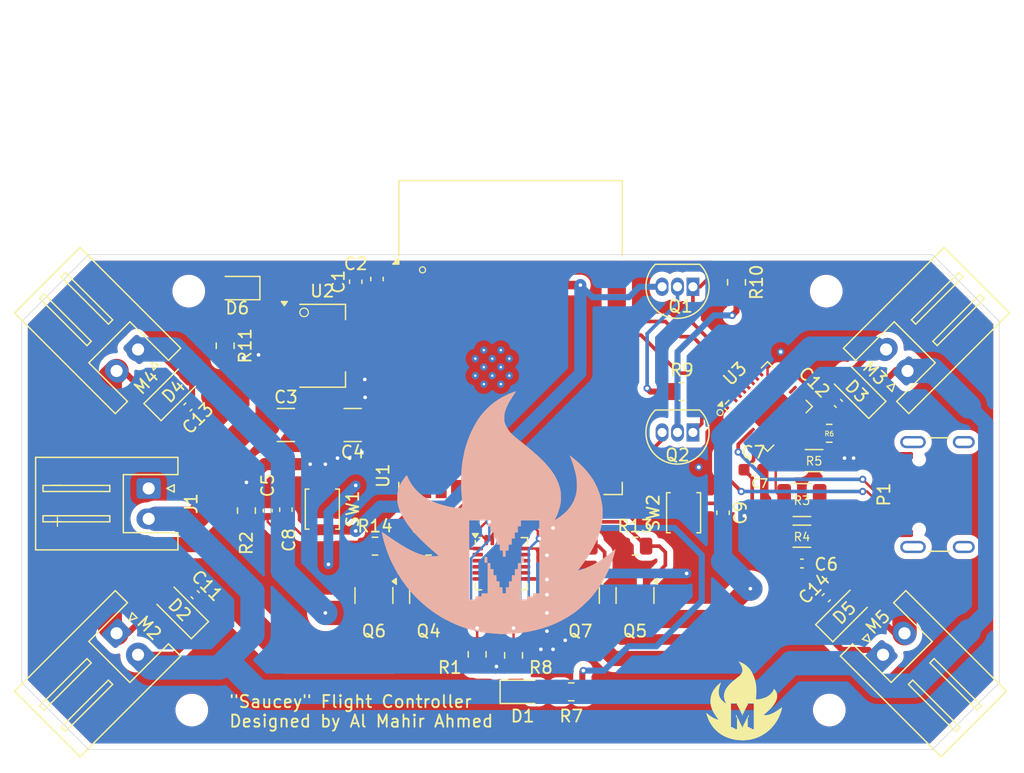
<source format=kicad_pcb>
(kicad_pcb (version 20240108) (generator "pcbnew") (generator_version "8.0")
  (title_block (title "\"Saucey\" Drone Flight Controller") (date "2024-07-07") (rev "1.0") (company "Al Mahir Ahmed"))
  (layers (0 "F.Cu" signal) (31 "B.Cu" signal) (34 "B.Paste" user) (35 "F.Paste" user) (36 "B.SilkS" user "B.Silkscreen") (37 "F.SilkS" user "F.Silkscreen") (38 "B.Mask" user) (39 "F.Mask" user) (44 "Edge.Cuts" user))
  (net 0 "")
  (net 1 "GND")
  (net 2 "+3.3V")
  (net 3 "+9V")
  (net 4 "ENABLE")
  (net 5 "Net-(U3-VBUS)")
  (net 6 "IO0")
  (net 7 "Net-(D2-A)")
  (net 8 "Net-(D3-A)")
  (net 9 "Net-(D4-A)")
  (net 10 "Net-(D5-A)")
  (net 12 "D+")
  (net 13 "VBUS")
  (net 16 "D-")
  (net 20 "RTS")
  (net 21 "Net-(Q1-B)")
  (net 22 "Net-(Q2-B)")
  (net 23 "DTR")
  (net 24 "M1")
  (net 25 "M3")
  (net 26 "M2")
  (net 27 "M4")
  (net 28 "Net-(U3-~{RST})")
  (net 29 "Net-(U3-~{SUSPEND})")
  (net 30 "TX_ESP")
  (net 42 "RX_ESP")
  (net 68 "SCL")
  (net 69 "INT")
  (net 74 "FSYNC")
  (net 76 "SDA")
  (net 77 "LED1")
  (net 78 "Net-(D1-A)")
  (net 79 "Net-(D6-A)")
  (net 80 "CLKIN")
  (footprint "Capacitor_SMD:C_1210_3225Metric" (layer "F.Cu") (at 129.75 65.025 180)
    (property "Reference" "C4")
    (property "Value" "22u")
  )
  (footprint "Connector_USB:USB_C_Receptacle_GCT_USB4105-xx-A_16P_TopMnt_Horizontal" (layer "F.Cu") (at 179 70.75 90)
    (property "Reference" "P1")
    (property "Value" "USB_C_Plug_USB2.0")
  )
  (footprint "Package_TO_SOT_SMD:SOT-23" (layer "F.Cu") (at 148.5 79.062499 -90)
    (property "Reference" "Q7")
    (property "Value" "SI2306")
  )
  (footprint "MountingHole:MountingHole_2.2mm_M2_DIN965" (layer "F.Cu") (at 169 88.5)
    (property "Reference" "REF**" (hide yes))
    (property "Value" "MountingHole_2.2mm_M2_DIN965")
  )
  (footprint "Resistor_SMD:R_0805_2012Metric" (layer "F.Cu") (at 143 84 90)
    (property "Reference" "R8")
    (property "Value" "2.2k")
  )
  (footprint "Package_TO_SOT_SMD:SOT-23" (layer "F.Cu") (at 136 79.062499 -90)
    (property "Reference" "Q4")
    (property "Value" "SI2306")
  )
  (footprint "Resistor_SMD:R_0805_2012Metric" (layer "F.Cu") (at 147.75 87)
    (property "Reference" "R7")
    (property "Value" "10k")
  )
  (footprint "Connector_JST:JST_XH_S2B-XH-A_1x02_P2.50mm_Horizontal" (layer "F.Cu") (at 110.305635 82.176598 -45)
    (property "Reference" "M2")
    (property "Value" "Motor_DC")
  )
  (footprint "Button_Switch_SMD:SW_SPST_B3U-1000P" (layer "F.Cu") (at 157 72.25 90)
    (property "Reference" "SW2")
    (property "Value" "SW_Push")
  )
  (footprint "Package_TO_SOT_THT:TO-92_Inline" (layer "F.Cu") (at 157.770001 65.640001 180)
    (property "Reference" "Q2")
    (property "Value" "S8050")
  )
  (footprint "RF_Module:ESP32-S3-WROOM-1" (layer "F.Cu") (at 142.75 57.8)
    (property "Reference" "U1")
    (property "Value" "ESP32-S3-WROOM-1")
  )
  (footprint "Resistor_SMD:R_0805_2012Metric" (layer "F.Cu") (at 161.359999 53.27 -90)
    (property "Reference" "R10")
    (property "Value" "10k")
  )
  (footprint "Resistor_SMD:R_0805_2012Metric" (layer "F.Cu") (at 131.5875 75)
    (property "Reference" "R14")
    (property "Value" "10k")
  )
  (footprint "Package_TO_SOT_SMD:SOT-23" (layer "F.Cu") (at 153 79.062499 -90)
    (property "Reference" "Q5")
    (property "Value" "SI2306")
  )
  (footprint "Capacitor_SMD:C_0603_1608Metric" (layer "F.Cu") (at 160.25 72.25 -90)
    (property "Reference" "C9")
    (property "Value" "0.1u")
  )
  (footprint "Capacitor_SMD:C_0603_1608Metric" (layer "F.Cu") (at 124.25 72 90)
    (property "Reference" "C8")
    (property "Value" "0.1u")
  )
  (footprint "Diode_SMD:D_SOD-123" (layer "F.Cu") (at 114.934493 62.295406 45)
    (property "Reference" "D4")
    (property "Value" "1N4148W")
  )
  (footprint "Resistor_SMD:R_0805_2012Metric" (layer "F.Cu") (at 140 83.9125 90)
    (property "Reference" "R1")
    (property "Value" "2.2k")
  )
  (footprint "LED_SMD:LED_0805_2012Metric_Pad1.15x1.40mm_HandSolder" (layer "F.Cu") (at 120.25 53.75 180)
    (property "Reference" "D6")
    (property "Value" "LED")
  )
  (footprint "Diode_SMD:D_SOD-123" (layer "F.Cu") (at 170.25 80.5 45)
    (property "Reference" "D5")
    (property "Value" "1N4148W")
  )
  (footprint "Resistor_SMD:R_1206_3216Metric" (layer "F.Cu") (at 166.74433 74.181928)
    (property "Reference" "R4")
    (property "Value" "48k")
  )
  (footprint "Resistor_SMD:R_1210_3225Metric" (layer "F.Cu") (at 166.74433 71.206928 180)
    (property "Reference" "R3")
    (property "Value" "22k")
  )
  (footprint "LED_SMD:LED_0805_2012Metric_Pad1.15x1.40mm_HandSolder" (layer "F.Cu") (at 143.75 87)
    (property "Reference" "D1")
    (property "Value" "LED")
  )
  (footprint "Resistor_SMD:R_0805_2012Metric" (layer "F.Cu") (at 119.25 58.5 -90)
    (property "Reference" "R11")
    (property "Value" "10k")
  )
  (footprint "Resistor_SMD:R_0805_2012Metric" (layer "F.Cu") (at 148.5 75)
    (property "Reference" "R15")
    (property "Value" "10k")
  )
  (footprint "Resistor_SMD:R_0805_2012Metric" (layer "F.Cu") (at 121 72.074999 -90)
    (property "Reference" "R2")
    (property "Value" "10k")
  )
  (footprint "Connector_JST:JST_XH_S2B-XH-A_1x02_P2.50mm_Horizontal" (layer "F.Cu") (at 112.95 70.25 -90)
    (property "Reference" "J1")
    (property "Value" "Conn_01x02_Socket")
  )
  (footprint "Capacitor_SMD:C_0402_1005Metric" (layer "F.Cu") (at 168.75 79.25 45)
    (property "Reference" "C14")
    (property "Value" "1u")
  )
  (footprint "Capacitor_SMD:C_0402_1005Metric" (layer "F.Cu") (at 166.74433 76.431928)
    (property "Reference" "C6")
    (property "Value" "1uf")
  )
  (footprint "Resistor_SMD:R_0805_2012Metric" (layer "F.Cu") (at 136 75)
    (property "Reference" "R12")
    (property "Value" "10k")
  )
  (footprint "Capacitor_SMD:C_0603_1608Metric" (layer "F.Cu") (at 162.75 68.706928)
    (property "Reference" "C7")
    (property "Value" "10u")
  )
  (footprint "Resistor_SMD:R_0805_2012Metric" (layer "F.Cu") (at 153 75)
    (property "Reference" "R13")
    (property "Value" "10k")
  )
  (footprint "Connector_JST:JST_XH_S2B-XH-A_1x02_P2.50mm_Horizontal" (layer "F.Cu") (at 175.444365 60.573402 135)
    (property "Reference" "M3")
    (property "Value" "Motor_DC")
  )
  (footprint "MountingHole:MountingHole_2.2mm_M2_DIN965" (layer "F.Cu") (at 116.5 88.5)
    (property "Reference" "REF**" (hide yes))
    (property "Value" "MountingHole_2.2mm_M2_DIN965")
  )
  (footprint "Connector_JST:JST_XH_S2B-XH-A_1x02_P2.50mm_Horizontal" (layer "F.Cu") (at 112.073402 58.805635 -135)
    (property "Reference" "M4")
    (property "Value" "Motor_DC")
  )
  (footprint "Capacitor_SMD:C_0603_1608Metric" (layer "F.Cu") (at 130 53.23 90)
    (property "Reference" "C1")
    (property "Value" "10u")
  )
  (footprint "Resistor_SMD:R_1206_3216Metric" (layer "F.Cu") (at 167.74433 67.956928 180)
    (property "Reference" "R5")
    (property "Value" "1k")
  )
  (footprint "Capacitor_SMD:C_0402_1005Metric" (layer "F.Cu") (at 122.75 72.074999 -90)
    (property "Reference" "C5")
    (property "Value" "1u")
  )
  (footprint "Capacitor_SMD:C_1210_3225Metric" (layer "F.Cu") (at 124.25 65.025)
    (property "Reference" "C3")
    (property "Value" "22u")
  )
  (footprint "Button_Switch_SMD:SW_SPST_B3U-1000P" (layer "F.Cu") (at 127.25 71.950001 -90)
    (property "Reference" "SW1")
    (property "Value" "SW_Push")
  )
  (footprint "Capacitor_SMD:C_0402_1005Metric" (layer "F.Cu") (at 169.75 63.25 135)
    (property "Reference" "C12")
    (property "Value" "1u")
  )
  (footprint "MountingHole:MountingHole_2.2mm_M2_DIN965" (layer "F.Cu") (at 116.25 54)
    (property "Reference" "REF**" (hide yes))
    (property "Value" "MountingHole_2.2mm_M2_DIN965")
  )
  (footprint "Diode_SMD:D_SOD-123" (layer "F.Cu") (at 171.287868 62.110913 135)
    (property "Reference" "D3")
    (property "Value" "1N4148W")
  )
  (footprint "Capacitor_SMD:C_0402_1005Metric" (layer "F.Cu") (at 116.184493 63.545406 45)
    (property "Reference" "C13")
    (property "Value" "1u")
  )
  (footprint "Diode_SMD:D_SOD-123" (layer "F.Cu") (at 115.5 80.25 135)
    (property "Reference" "D2")
    (property "Value" "1N4148W")
  )
  (footprint "Package_DFN_QFN:QFN-28-1EP_5x5mm_P0.5mm_EP3.35x3.35mm" (layer "F.Cu") (at 163.916081 63.5 45)
    (property "Reference" "U3")
    (property "Value" "CP2102N-A02-GQFN28")
  )
  (footprint "logo:logov1" (layer "F.Cu") (at 162 87.75)
    (property "Reference" "G***" (hide yes))
    (property "Value" "LOGO" (hide yes))
  )
  (footprint "Package_TO_SOT_THT:TO-92_Inline" (layer "F.Cu") (at 157.770001 53.640001 180)
    (property "Reference" "Q1")
    (property "Value" "S8050")
  )
  (footprint "Capacitor_SMD:C_0402_1005Metric" (layer "F.Cu") (at 116.777639 79 135)
    (property "Reference" "C11")
    (property "Value" "1u")
  )
  (footprint "Capacitor_SMD:C_0603_1608Metric" (layer "F.Cu") (at 131.75 53 90)
    (property "Reference" "C2")
    (property "Value" "0.1u")
  )
  (footprint "Package_TO_SOT_SMD:SOT-23" (layer "F.Cu") (at 131.5 79.062499 -90)
    (property "Reference" "Q6")
    (property "Value" "SI2306")
  )
  (footprint "Connector_JST:JST_XH_S2B-XH-A_1x02_P2.50mm_Horizontal" (layer "F.Cu") (at 173.426598 83.944365 45)
    (property "Reference" "M5")
    (property "Value" "Motor JST")
  )
  (footprint "Sensor_Motion:InvenSense_QFN-24_4x4mm_P0.5mm" (layer "F.Cu") (at 142 76.45)
    (property "Reference" "U4")
    (property "Value" "MPU-6050")
  )
  (footprint "MountingHole:MountingHole_2.2mm_M2_DIN965" (layer "F.Cu") (at 168.75 54)
    (property "Reference" "REF**" (hide yes))
    (property "Value" "MountingHole_2.2mm_M2_DIN965")
  )
  (footprint "Package_TO_SOT_SMD:SOT-223-3_TabPin2" (layer "F.Cu") (at 127.25 58.5)
    (property "Reference" "U2")
    (property "Value" "AMS1117-3.3")
  )
  (footprint "Resistor_SMD:R_0805_2012Metric" (layer "F.Cu") (at 156.859999 62.27 180)
    (property "Reference" "R9")
    (property "Value" "10k")
  )
  (footprint "Resistor_SMD:R_0805_2012Metric" (layer "F.Cu") (at 168.99433 65.706928)
    (property "Reference" "R6")
    (property "Value" "10k")
  )
  (footprint "logo:logov1_bigger" (layer "B.Cu") (at 141.75 72.25 180)
    (property "Reference" "G***" (hide yes))
    (property "Value" "LOGO" (hide yes))
  )
  (gr_circle (center 160 64) (end 160.25 64) (stroke (width 0.1)) (fill none) (layer "F.SilkS"))
  (gr_circle (center 138.75 75.25) (end 139 75.25) (stroke (width 0.1)) (fill none) (layer "F.SilkS"))
  (gr_circle (center 125.75 55.75) (end 126 56) (stroke (width 0.1)) (fill none) (layer "F.SilkS"))
  (gr_circle (center 135.5 52.25) (end 135.75 52.25) (stroke (width 0.1)) (fill none) (layer "F.SilkS"))
  (gr_line (start 102.5 86.25) (end 102.5 56.5) (stroke (width 0.05)) (layer "Edge.Cuts"))
  (gr_line (start 183 86.25) (end 177.5 91.75) (stroke (width 0.05)) (layer "Edge.Cuts"))
  (gr_line (start 152 51) (end 177.5 51) (stroke (width 0.05)) (layer "Edge.Cuts"))
  (gr_line (start 183 56.5) (end 183 86.25) (stroke (width 0.05)) (layer "Edge.Cuts"))
  (gr_line (start 108 51) (end 102.5 56.5) (stroke (width 0.05)) (layer "Edge.Cuts"))
  (gr_line (start 177.5 51) (end 183 56.5) (stroke (width 0.05)) (layer "Edge.Cuts"))
  (gr_line (start 133.5 51) (end 152 51) (stroke (width 0.05)) (layer "Edge.Cuts"))
  (gr_line (start 108 51) (end 133.5 51) (stroke (width 0.05)) (layer "Edge.Cuts"))
  (gr_line (start 177.5 91.75) (end 108 91.75) (stroke (width 0.05)) (layer "Edge.Cuts"))
  (gr_line (start 102.5 86.25) (end 108 91.75) (stroke (width 0.05)) (layer "Edge.Cuts"))
  (gr_text "C7\n" (at 162.5 70.25 0) (layer "F.SilkS") (effects (font (size 0.7 0.7) (thickness 0.12) (bold yes)) (justify left bottom)))
  (gr_text "+" (at 104.75 73.5 0) (layer "F.SilkS") (effects (font (size 1 1) (thickness 0.1)) (justify left bottom)))
  (gr_text "{dblquote}Saucey{dblquote} Flight Controller\nDesigned by Al Mahir Ahmed" (at 119.5 90 0) (layer "F.SilkS") (effects (font (size 1 1)) (justify left bottom)))
  (gr_text "-" (at 104.75 70.5 0) (layer "F.SilkS") (effects (font (size 1 1) (thickness 0.1)) (justify left bottom)))
  (segment (start 164.5 59) (end 165 59) (width 0.2) (layer "F.Cu") (net 1))
  (segment (start 163.916081 63.5) (end 163.916081 59.583919) (width 0.2) (layer "F.Cu") (net 1))
  (segment (start 160.25 73.025) (end 157.925001 73.025) (width 0.3) (layer "F.Cu") (net 1))
  (segment (start 161.487102 65.221872) (end 160.321022 65.221872) (width 0.3) (layer "F.Cu") (net 1))
  (segment (start 161.830116 64.878858) (end 161.487102 65.221872) (width 0.3) (layer "F.Cu") (net 1))
  (segment (start 133.685 52.225) (end 134 52.54) (width 0.3) (layer "F.Cu") (net 1))
  (segment (start 158.25 67.292894) (end 158.25 68.5) (width 0.3) (layer "F.Cu") (net 1))
  (segment (start 143.95 75.2) (end 145.2 75.2) (width 0.2) (layer "F.Cu") (net 1))
  (segment (start 147.3375 74.75) (end 147.5875 75) (width 0.2) (layer "F.Cu") (net 1))
  (segment (start 130 52.5) (end 130.275 52.225) (width 0.3) (layer "F.Cu") (net 1))
  (segment (start 121.65 53.75) (end 124.1 56.2) (width 0.5) (layer "F.Cu") (net 1))
  (segment (start 157.925001 73.025) (end 157 73.950001) (width 0.3) (layer "F.Cu") (net 1))
  (segment (start 168.438758 73.95) (end 168.20683 74.181928) (width 0.2) (layer "F.Cu") (net 1))
  (segment (start 163.916081 59.583919) (end 164 59.5) (width 0.2) (layer "F.Cu") (net 1))
  (segment (start 164 59.5) (end 164.5 59) (width 0.2) (layer "F.Cu") (net 1))
  (segment (start 130 52.75) (end 130 52.5) (width 0.3) (layer "F.Cu") (net 1))
  (segment (start 131.75 52.225) (end 133.685 52.225) (width 0.3) (layer "F.Cu") (net 1))
  (segment (start 175.32 73.95) (end 168.438758 73.95) (width 0.2) (layer "F.Cu") (net 1))
  (segment (start 145.2 75.2) (end 145.75 75.75) (width 0.2) (layer "F.Cu") (net 1))
  (segment (start 130.275 52.225) (end 131.75 52.225) (width 0.3) (layer "F.Cu") (net 1))
  (segment (start 160.321022 65.221872) (end 158.25 67.292894) (width 0.3) (layer "F.Cu") (net 1))
  (segment (start 121.274999 53.75) (end 121.65 53.75) (width 0.5) (layer "F.Cu") (net 1))
  (via (at 130 70) (size 0.6) (drill 0.3) (layers "F.Cu" "B.Cu") (net 1))
  (via (at 127.75 76.5) (size 0.6) (drill 0.3) (layers "F.Cu" "B.Cu") (net 1))
  (via (at 158.25 68.5) (size 0.6) (drill 0.3) (layers "F.Cu" "B.Cu") (net 1))
  (via (at 157.25 77.25) (size 0.6) (drill 0.3) (layers "F.Cu" "B.Cu") (net 1))
  (via (at 165 59) (size 0.6) (drill 0.3) (layers "F.Cu" "B.Cu") (net 1))
  (via (at 145.75 75.75) (size 0.6) (drill 0.3) (layers "F.Cu" "B.Cu") (net 1))
  (segment (start 127.75 76.5) (end 127.75 72.25) (width 0.8) (layer "B.Cu") (net 1))
  (segment (start 157.25 77.25) (end 147.25 77.25) (width 0.8) (layer "B.Cu") (net 1))
  (segment (start 127.75 72.25) (end 130 70) (width 0.8) (layer "B.Cu") (net 1))
  (segment (start 147.25 77.25) (end 145.75 75.75) (width 0.8) (layer "B.Cu") (net 1))
  (segment (start 145.75 80.5) (end 145.75 82) (width 1) (layer "F.Cu") (net 2))
  (segment (start 162.76433 66.773072) (end 163.24433 66.293072) (width 0.3) (layer "F.Cu") (net 2))
  (segment (start 131.225001 66.524999) (end 131.225001 65.025) (width 1) (layer "F.Cu") (net 2))
  (segment (start 130 53.71) (end 130 58.1) (width 0.8) (layer "F.Cu") (net 2))
  (segment (start 145.7 77.7) (end 145.75 77.75) (width 0.3) (layer "F.Cu") (net 2))
  (segment (start 128.500001 67.75) (end 128.000001 68.25) (width 1) (layer "F.Cu") (net 2))
  (segment (start 128.000001 68.25) (end 127.5 68.25) (width 1) (layer "F.Cu") (net 2))
  (segment (start 142.3375 84.9125) (end 142.25 85) (width 1) (layer "F.Cu") (net 2))
  (segment (start 145.75 82.8625) (end 145.75 82.8625) (width 1) (layer "F.Cu") (net 2))
  (segment (start 147.25 82.75) (end 146.56875 83.43125) (width 1) (layer "F.Cu") (net 2))
  (segment (start 171 67.75) (end 170.25 67.75) (width 1) (layer "F.Cu") (net 2))
  (segment (start 162.76433 66.773072) (end 162.76433 67.917598) (width 0.3) (layer "F.Cu") (net 2))
  (segment (start 126.25 68.25) (end 122.5 68.25) (width 1) (layer "F.Cu") (net 2))
  (segment (start 170.25 67.75) (end 170.201258 67.75) (width 1) (layer "F.Cu") (net 2))
  (segment (start 141.4125 84.9125) (end 140.0875 84.9125) (width 1) (layer "F.Cu") (net 2))
  (segment (start 145.75 78.25) (end 145.75 77.75) (width 1) (layer "F.Cu") (net 2))
  (segment (start 122.0875 59.4125) (end 122.75 58.75) (width 1) (layer "F.Cu") (net 2))
  (segment (start 162.76433 67.917598) (end 161.975 68.706928) (width 0.3) (layer "F.Cu") (net 2))
  (segment (start 130 53.71) (end 131.685 53.71) (width 0.8) (layer "F.Cu") (net 2))
  (segment (start 146.56875 83.43125) (end 146.25 83.5) (width 1) (layer "F.Cu") (net 2))
  (segment (start 162 72.5) (end 162.65 71.85) (width 0.3) (layer "F.Cu") (net 2))
  (segment (start 143.95 77.7) (end 145.7 77.7) (width 0.3) (layer "F.Cu") (net 2))
  (segment (start 145.75 79) (end 145.75 78.25) (width 1) (layer "F.Cu") (net 2))
  (segment (start 141.5 85) (end 141.4125 84.9125) (width 1) (layer "F.Cu") (net 2))
  (segment (start 145.75 80.5) (end 145.75 79) (width 1) (layer "F.Cu") (net 2))
  (segment (start 130.75 61.25) (end 130.725001 61.225001) (width 1.5) (layer "F.Cu") (net 2))
  (segment (start 130.75 62.725001) (end 130.75 61.274999) (width 1.5) (layer "F.Cu") (net 2))
  (segment (start 123.85 58.75) (end 124.1 58.5) (width 0.5) (layer "F.Cu") (net 2))
  (segment (start 131.785 53.81) (end 131.75 53.775) (width 0.8) (layer "F.Cu") (net 2))
  (segment (start 130.75 61.225001) (end 130.75 59.325001) (width 1.5) (layer "F.Cu") (net 2))
  (segment (start 143.7 84.9125) (end 144.43125 84.18125) (width 1) (layer "F.Cu") (net 2))
  (segment (start 162.65 69.381928) (end 161.975 68.706928) (width 0.3) (layer "F.Cu") (net 2))
  (segment (start 122 59.25) (end 122.0875 59.4125) (width 1) (layer "F.Cu") (net 2))
  (segment (start 134 53.81) (end 131.785 53.81) (width 0.8) (layer "F.Cu") (net 2))
  (segment (start 131.685 53.71) (end 131.75 53.775) (width 0.8) (layer "F.Cu") (net 2))
  (segment (start 131.225001 65.025) (end 131 64.799999) (width 1) (layer "F.Cu") (net 2))
  (segment (start 145.75 82) (end 145.75 82.8625) (width 1) (layer "F.Cu") (net 2))
  (segment (start 144.43125 84.18125) (end 144.56875 84.18125) (width 1) (layer "F.Cu") (net 2))
  (segment (start 130.725001 61.274999) (end 130.75 61.25) (width 1.5) (layer "F.Cu") (net 2))
  (segment (start 120.75 59.5) (end 120.8375 59.4125) (width 1) (layer "F.Cu") (net 2))
  (segment (start 130 58.1) (end 130.4 58.5) (width 0.8) (layer "F.Cu") (net 2))
  (segment (start 127.5 68.25) (end 126.25 68.25) (width 1) (layer "F.Cu") (net 2))
  (segment (start 122.75 58.75) (end 123.85 58.75) (width 1) (layer "F.Cu") (net 2))
  (segment (start 120.8375 59.4125) (end 122 59.25) (width 1) (layer "F.Cu") (net 2))
  (segment (start 130.774999 62.75) (end 130.75 62.725001) (width 1.5) (layer "F.Cu") (net 2))
  (segment (start 131 64.799999) (end 131 62.75) (width 1) (layer "F.Cu") (net 2))
  (segment (start 162.65 71.85) (end 162.65 69.381928) (width 0.3) (layer "F.Cu") (net 2))
  (segment (start 121 71.162499) (end 121 69.75) (width 1) (layer "F.Cu") (net 2))
  (segment (start 128.500001 67.75) (end 130 67.75) (width 1) (layer "F.Cu") (net 2))
  (segment (start 120.6625 59.4125) (end 120.75 59.5) (width 1) (layer "F.Cu") (net 2))
  (segment (start 144.56875 84.18125) (end 145.25 83.5) (width 1) (layer "F.Cu") (net 2))
  (segment (start 145.75 82.8625) (end 145.18125 83.43125) (width 1) (layer "F.Cu") (net 2))
  (segment (start 146.25 83.5) (end 145.25 83.5) (width 1) (layer "F.Cu") (net 2))
  (segment (start 145.25 83.5) (end 145.18125 83.43125) (width 1) (layer "F.Cu") (net 2))
  (segment (start 143 84.9125) (end 141.5875 84.9125) (width 1) (layer "F.Cu") (net 2))
  (segment (start 130 67.75) (end 131.225001 66.524999) (width 1) (layer "F.Cu") (net 2))
  (segment (start 119.25 59.4125) (end 120.6625 59.4125) (width 1) (layer "F.Cu") (net 2))
  (segment (start 122.5 68.25) (end 121 69.75) (width 1) (layer "F.Cu") (net 2))
  (segment (start 170.201258 67.75) (end 169.99433 67.956928) (width 1) (layer "F.Cu") (net 2))
  (segment (start 169.99433 67.956928) (end 169.20683 67.956928) (width 1) (layer "F.Cu") (net 2))
  (via (at 145.25 83.5) (size 0.6) (drill 0.3) (layers "F.Cu" "B.Cu") (net 2))
  (via (at 120.75 59.5) (size 0.6) (drill 0.3) (layers "F.Cu" "B.Cu") (net 2))
  (via (at 126.25 68.25) (size 0.6) (drill 0.3) (layers "F.Cu" "B.Cu") (net 2))
  (via (at 146.25 83.5) (size 0.6) (drill 0.3) (layers "F.Cu" "B.Cu") (net 2))
  (via (at 147.25 82.75) (size 0.6) (drill 0.3) (layers "F.Cu" "B.Cu") (net 2))
  (via (at 171 67.75) (size 0.6) (drill 0.3) (layers "F.Cu" "B.Cu") (net 2))
  (via (at 130.75 61.274999) (size 0.6) (drill 0.3) (layers "F.Cu" "B.Cu") (net 2))
  (via (at 170.25 67.75) (size 0.6) (drill 0.3) (layers "F.Cu" "B.Cu") (net 2))
  (via (at 129.497434 67.757705) (size 0.6) (drill 0.3) (layers "F.Cu" "B.Cu") (net 2))
  (via (at 162 72.5) (size 0.6) (drill 0.3) (layers "F.Cu" "B.Cu") (net 2))
  (via (at 121 69.75) (size 0.6) (drill 0.3) (layers "F.Cu" "B.Cu") (net 2))
  (via (at 145.75 82) (size 0.6) (drill 0.3) (layers "F.Cu" "B.Cu") (net 2))
  (via (at 130.5 67.25) (size 0.6) (drill 0.3) (layers "F.Cu" "B.Cu") (net 2))
  (via (at 141.5875 84.9125) (size 0.6) (drill 0.3) (layers "F.Cu" "B.Cu") (net 2))
  (via (at 145.75 80.5) (size 0.6) (drill 0.3) (layers "F.Cu" "B.Cu") (net 2))
  (via (at 122 59.25) (size 0.6) (drill 0.3) (layers "F.Cu" "B.Cu") (net 2))
  (via (at 145.75 79) (size 0.6) (drill 0.3) (layers "F.Cu" "B.Cu") (net 2))
  (via (at 145.75 77.75) (size 0.6) (drill 0.3) (layers "F.Cu" "B.Cu") (net 2))
  (via (at 130.774999 62.75) (size 0.6) (drill 0.3) (layers "F.Cu" "B.Cu") (net 2))
  (via (at 128.500001 67.75) (size 0.6) (drill 0.3) (layers "F.Cu" "B.Cu") (net 2))
  (via (at 127.5 68.25) (size 0.6) (drill 0.3) (layers "F.Cu" "B.Cu") (net 2))
  (segment (start 115.75 65.75) (end 117.875 67.875) (width 2) (layer "F.Cu") (net 3))
  (segment (start 169.083274 81.666726) (end 169.083274 82.583274) (width 0.5) (layer "F.Cu") (net 3))
  (segment (start 114.190452 63.884817) (end 113.767767 63.462132) (width 0.5) (layer "F.Cu") (net 3))
  (segment (start 117.875 67.875) (end 118.375 67.875) (width 2) (layer "F.Cu") (net 3))
  (segment (start 172.454594 63.277639) (end 172.454594 62.545406) (width 0.5) (layer "F.Cu") (net 3))
  (segment (start 110.305635 60.573402) (end 110.879037 60.573402) (width 0.5) (layer "F.Cu") (net 3))
  (segment (start 121.225 65.025) (end 122.774999 65.025) (width 2) (layer "F.Cu") (net 3))
  (segment (start 117.11705 80.966402) (end 116.666726 81.416726) (width 0.5) (layer "F.Cu") (net 3))
  (segment (start 112.5 65.75) (end 115.75 65.75) (width 2) (layer "F.Cu") (net 3))
  (segment (start 124.1 60.8) (end 122.5 62.4) (width 1.5) (layer "F.Cu") (net 3))
  (segment (start 116.666726 81.416726) (end 116.666726 82.333274) (width 0.5) (layer "F.Cu") (net 3))
  (segment (start 115.845082 63.884817) (end 114.190452 63.884817) (width 0.5) (layer "F.Cu") (net 3))
  (segment (start 172.454594 62.545406) (end 174.5 60.5) (width 0.5) (layer "F.Cu") (net 3))
  (segment (start 109.75 63) (end 112.5 65.75) (width 2) (layer "F.Cu") (net 3))
  (segment (start 116.666726 82.333274) (end 115.055635 83.944365) (width 0.5) (layer "F.Cu") (net 3))
  (segment (start 170.045406 83.545406) (end 172.232233 83.545406) (width 0.5) (layer "F.Cu") (net 3))
  (segment (start 113.5325 72.75) (end 116.75 72.75) (width 2) (layer "F.Cu") (net 3))
  (segment (start 110.879037 60.573402) (end 113.767767 63.462132) (width 0.5) (layer "F.Cu") (net 3))
  (segment (start 168.410589 80.994041) (end 169.083274 81.666726) (width 0.5) (layer "F.Cu") (net 3))
  (segment (start 170.089411 63.589411) (end 172.142822 63.589411) (width 0.5) (layer "F.Cu") (net 3))
  (segment (start 122.5 64.750001) (end 122.774999 65.025) (width 1.5) (layer "F.Cu") (net 3))
  (segment (start 117.11705 79.339411) (end 117.11705 80.966402) (width 0.5) (layer "F.Cu") (net 3))
  (segment (start 168.410589 79.589411) (end 168.410589 80.994041) (width 0.5) (layer "F.Cu") (net 3))
  (segment (start 115.055635 83.944365) (end 112.073402 83.944365) (width 0.5) (layer "F.Cu") (net 3))
  (segment (start 169.083274 82.583274) (end 170.045406 83.545406) (width 0.5) (layer "F.Cu") (net 3))
  (segment (start 118.375 67.875) (end 121.225 65.025) (width 2) (layer "F.Cu") (net 3))
  (segment (start 172.142822 63.589411) (end 172.454594 63.277639) (width 0.5) (layer "F.Cu") (net 3))
  (segment (start 109.75 61.129037) (end 109.75 63) (width 2) (layer "F.Cu") (net 3))
  (segment (start 117.875 71.625) (end 117.875 67.875) (width 2) (layer "F.Cu") (net 3))
  (segment (start 116.75 72.75) (end 117.875 71.625) (width 2) (layer "F.Cu") (net 3))
  (segment (start 110.305635 60.573402) (end 109.75 61.129037) (width 2) (layer "F.Cu") (net 3))
  (segment (start 122.5 62.4) (end 122.5 64.750001) (width 1.5) (layer "F.Cu") (net 3))
  (segment (start 122 87) (end 163.5 87) (width 2) (layer "B.Cu") (net 3))
  (segment (start 177.25 60.5) (end 177.176598 60.573402) (width 2) (layer "B.Cu") (net 3))
  (segment (start 118.75 85) (end 113.129037 85) (width 2) (layer "B.Cu") (net 3))
  (segment (start 172 85.370963) (end 173.426598 83.944365) (width 2) (layer "B.Cu") (net 3))
  (segment (start 115.5 72.75) (end 121.5 78.75) (width 2) (layer "B.Cu") (net 3))
  (segment (start 165.861181 84.638819) (end 171.138819 84.638819) (width 2) (layer "B.Cu") (net 3))
  (segment (start 171.138819 84.638819) (end 172 85.5) (width 2) (layer "B.Cu") (net 3))
  (segment (start 113.5325 72.75) (end 115.5 72.75) (width 2) (layer "B.Cu") (net 3))
  (segment (start 173 86.5) (end 176 86.5) (width 2) (layer "B.Cu") (net 3))
  (segment (start 181.875 80.625) (end 181.875 64.875) (width 1.25) (layer "B.Cu") (net 3))
  (segment (start 113.129037 85) (end 112.073402 83.944365) (width 2) (layer "B.Cu") (net 3))
  (segment (start 180.5 82) (end 181.75 80.75) (width 1.5) (layer "B.Cu") (net 3))
  (segment (start 172 85.5) (end 172 85.370963) (width 2) (layer "B.Cu") (net 3))
  (segment (start 177.176598 60.573402) (end 175.444365 60.573402) (width 2) (layer "B.Cu") (net 3))
  (segment (start 176 86.5) (end 180.5 82) (width 2) (layer "B.Cu") (net 3))
  (segment (start 163.5 87) (end 165.861181 84.638819) (width 2) (layer "B.Cu") (net 3))
  (segment (start 119.375 84.375) (end 118.75 85) (width 2) (layer "B.Cu") (net 3))
  (segment (start 181.875 64.875) (end 180.5 63.5) (width 1.25) (layer "B.Cu") (net 3))
  (segment (start 181.75 80.75) (end 181.875 80.625) (width 1.25) (layer "B.Cu") (net 3))
  (segment (start 172 85.5) (end 173 86.5) (width 2) (layer "B.Cu") (net 3))
  (segment (start 180.5 63.5) (end 177.5 60.5) (width 2) (layer "B.Cu") (net 3))
  (segment (start 177.5 60.5) (end 177.25 60.5) (width 2) (layer "B.Cu") (net 3))
  (segment (start 119.375 84.375) (end 122 87) (width 2) (layer "B.Cu") (net 3))
  (segment (start 121.5 82.25) (end 119.375 84.375) (width 2) (layer "B.Cu") (net 3))
  (segment (start 121.5 78.75) (end 121.5 82.25) (width 2) (layer "B.Cu") (net 3))
  (segment (start 126.900002 74) (end 127.25 73.650002) (width 0.2) (layer "F.Cu") (net 4))
  (segment (start 134 55.08) (end 139.92 55.08) (width 0.7) (layer "F.Cu") (net 4))
  (segment (start 141.5 53.5) (end 148.5 53.5) (width 0.7) (layer "F.Cu") (net 4))
  (segment (start 122.3175 72.987499) (end 122.75 72.554999) (width 0.2) (layer "F.Cu") (net 4))
  (segment (start 124.25 73) (end 123.75 73.5) (width 0.2) (layer "F.Cu") (net 4))
  (segment (start 129.900002 73.650002) (end 130 73.75) (width 0.2) (layer "F.Cu") (net 4))
  (segment (start 121 72.987499) (end 122.3175 72.987499) (width 0.2) (layer "F.Cu") (net 4))
  (segment (start 123.25 73.5) (end 123.75 73.5) (width 0.2) (layer "F.Cu") (net 4))
  (segment (start 125.475 74) (end 126.900002 74) (width 0.2) (layer "F.Cu") (net 4))
  (segment (start 139.92 55.08) (end 141.5 53.5) (width 0.7) (layer "F.Cu") (net 4))
  (segment (start 122.75 73) (end 123.25 73.5) (width 0.2) (layer "F.Cu") (net 4))
  (segment (start 124.25 72.775) (end 124.25 73) (width 0.2) (layer "F.Cu") (net 4))
  (segment (start 122.75 72.554999) (end 122.75 73) (width 0.2) (layer "F.Cu") (net 4))
  (segment (start 127.25 73.650002) (end 129.900002 73.650002) (width 0.8) (layer "F.Cu") (net 4))
  (segment (start 124.25 72.775) (end 125.475 74) (width 0.2) (layer "F.Cu") (net 4))
  (via (at 130 73.75) (size 0.6) (drill 0.3) (layers "F.Cu" "B.Cu") (net 4))
  (via (at 148.5 53.5) (size 0.6) (drill 0.3) (layers "F.Cu" "B.Cu") (net 4))
  (segment (start 153.359999 53.640001) (end 152.5 54.5) (width 0.5) (layer "B.Cu") (net 4))
  (segment (start 132 71.75) (end 137.5 71.75) (width 1) (layer "B.Cu") (net 4))
  (segment (start 155.230001 53.640001) (end 153.359999 53.640001) (width 0.5) (layer "B.Cu") (net 4))
  (segment (start 148.5 60.75) (end 148.5 53.5) (width 1) (layer "B.Cu") (net 4))
  (segment (start 149.5 54.5) (end 148.5 53.5) (width 0.5) (layer "B.Cu") (net 4))
  (segment (start 130 73.75) (end 132 71.75) (width 1) (layer "B.Cu") (net 4))
  (segment (start 137.5 71.75) (end 148.5 60.75) (width 1) (layer "B.Cu") (net 4))
  (segment (start 152.5 54.5) (end 149.5 54.5) (width 0.5) (layer "B.Cu") (net 4))
  (segment (start 164.49433 71.994428) (end 164.49433 73.394428) (width 0.2) (layer "F.Cu") (net 5))
  (segment (start 164.49433 73.394428) (end 165.28183 74.181928) (width 0.2) (layer "F.Cu") (net 5))
  (segment (start 165.28183 75.449428) (end 166.26433 76.431928) (width 0.2) (layer "F.Cu") (net 5))
  (segment (start 165.28183 71.206928) (end 164.49433 71.994428) (width 0.2) (layer "F.Cu") (net 5))
  (segment (start 165.28183 74.181928) (end 165.28183 75.449428) (width 0.2) (layer "F.Cu") (net 5))
  (segment (start 164.587832 66.293072) (end 164.587832 70.51293) (width 0.2) (layer "F.Cu") (net 5))
  (segment (start 164.587832 70.51293) (end 165.28183 71.206928) (width 0.2) (layer "F.Cu") (net 5))
  (segment (start 155.230001 65.640001) (end 155.230001 66.240001) (width 0.3) (layer "F.Cu") (net 6))
  (segment (start 157 70.549999) (end 152.999999 70.549999) (width 0.3) (layer "F.Cu") (net 6))
  (segment (start 152.420002 69.05) (end 151.5 69.05) (width 0.3) (layer "F.Cu") (net 6))
  (segment (start 157.925001 71.475) (end 157 70.549999) (width 0.3) (layer "F.Cu") (net 6))
  (segment (start 160.25 71.475) (end 157.925001 71.475) (width 0.3) (layer "F.Cu") (net 6))
  (segment (start 152.999999 70.549999) (end 151.5 69.05) (width 0.3) (layer "F.Cu") (net 6))
  (segment (start 155.230001 66.240001) (end 152.420002 69.05) (width 0.3) (layer "F.Cu") (net 6))
  (segment (start 111.5 77) (end 109.75 78.75) (width 2) (layer "F.Cu") (net 7))
  (segment (start 117.25 77) (end 124.25 84) (width 2) (layer "F.Cu") (net 7))
  (segment (start 116.438228 78.660589) (end 114.755959 78.660589) (width 0.5) (layer "F.Cu") (net 7))
  (segment (start 110.305635 82.176598) (end 111.23995 82.176598) (width 0.5) (layer "F.Cu") (net 7))
  (segment (start 133 84) (end 124.25 84) (width 2) (layer "F.Cu") (net 7))
  (segment (start 109.75 78.75) (end 109.75 81.620963) (width 2) (layer "F.Cu") (net 7))
  (segment (start 136 80) (end 136 81) (width 0.2) (layer "F.Cu") (net 7))
  (segment (start 109.75 81.620963) (end 110.305635 82.176598) (width 2) (layer "F.Cu") (net 7))
  (segment (start 111.5 77) (end 117.25 77) (width 2) (layer "F.Cu") (net 7))
  (segment (start 111.23995 82.176598) (end 114.333274 79.083274) (width 0.5) (layer "F.Cu") (net 7))
  (segment (start 136 81) (end 133 84) (width 2) (layer "F.Cu") (net 7))
  (segment (start 114.755959 78.660589) (end 114.333274 79.083274) (width 0.5) (layer "F.Cu") (net 7))
  (segment (start 154 81) (end 159.75 81) (width 1.5) (layer "F.Cu") (net 8))
  (segment (start 170.121142 60.944187) (end 170.520279 60.944187) (width 0.5) (layer "F.Cu") (net 8))
  (segment (start 159.75 81) (end 162.25 78.5) (width 1.5) (layer "F.Cu") (net 8))
  (segment (start 170.520279 60.944187) (end 172.732233 58.732233) (width 0.5) (layer "F.Cu") (net 8))
  (segment (start 169.410589 61.65474) (end 170.121142 60.944187) (width 0.5) (layer "F.Cu") (net 8))
  (segment (start 153 80) (end 154 81) (width 1) (layer "F.Cu") (net 8))
  (segment (start 169.410589 62.910589) (end 169.410589 61.65474) (width 0.5) (layer "F.Cu") (net 8))
  (segment (start 162.25 78.5) (end 162.5 78.5) (width 2) (layer "F.Cu") (net 8))
  (via (at 162.5 78.5) (size 0.6) (drill 0.3) (layers "F.Cu" "B.Cu") (net 8))
  (segment (start 160.25 66) (end 167.517767 58.732233) (width 2) (layer "B.Cu") (net 8))
  (segment (start 162.5 78.5) (end 160.25 76.25) (width 2) (layer "B.Cu") (net 8))
  (segment (start 160.25 76.25) (end 160.25 66) (width 1.5) (layer "B.Cu") (net 8))
  (segment (start 167.517767 58.732233) (end 172.732233 58.732233) (width 2) (layer "B.Cu") (net 8))
  (segment (start 131.5 80) (end 131 80.5) (width 1) (layer "F.Cu") (net 9))
  (segment (start 131 80.5) (end 127.5 80.5) (width 2) (layer "F.Cu") (net 9))
  (segment (start 116.523904 63.205995) (end 116.523904 61.551365) (width 0.5) (layer "F.Cu") (net 9))
  (segment (start 116.523904 61.551365) (end 116.101219 61.12868) (width 0.5) (layer "F.Cu") (net 9))
  (segment (start 113.573402 58.805635) (end 112.073402 58.805635) (width 0.5) (layer "F.Cu") (net 9))
  (segment (start 115.896447 61.12868) (end 113.573402 58.805635) (width 0.5) (layer "F.Cu") (net 9))
  (segment (start 116.101219 61.12868) (end 115.896447 61.12868) (width 0.5) (layer "F.Cu") (net 9))
  (via (at 127.5 80.5) (size 0.6) (drill 0.3) (layers "F.Cu" "B.Cu") (net 9))
  (segment (start 115.055635 58.805635) (end 112.073402 58.805635) (width 2) (layer "B.Cu") (net 9))
  (segment (start 124 67.75) (end 115.055635 58.805635) (width 2) (layer "B.Cu") (net 9))
  (segment (start 124 77) (end 124 67.75) (width 2) (layer "B.Cu") (net 9))
  (segment (start 127.5 80.5) (end 124 77) (width 2) (layer "B.Cu") (net 9))
  (segment (start 148.5 81.5) (end 151.25 84.25) (width 1.25) (layer "F.Cu") (net 10))
  (segment (start 168.5 77.25) (end 172.25 77.25) (width 1.25) (layer "F.Cu") (net 10))
  (segment (start 175.194365 80.194365) (end 172.25 77.25) (width 2) (layer "F.Cu") (net 10))
  (segment (start 174.398959 82.176598) (end 171.555635 79.333274) (width 0.5) (layer "F.Cu") (net 10))
  (segment (start 170.994041 78.910589) (end 171.416726 79.333274) (width 0.5) (layer "F.Cu") (net 10))
  (segment (start 175.194365 82.176598) (end 175.194365 80.194365) (width 2) (layer "F.Cu") (net 10))
  (segment (start 171.555635 79.333274) (end 171.416726 79.333274) (width 0.5) (layer "F.Cu") (net 10))
  (segment (start 151.25 84.25) (end 161.5 84.25) (width 1.25) (layer "F.Cu") (net 10))
  (segment (start 169.089411 78.910589) (end 170.994041 78.910589) (width 0.5) (layer "F.Cu") (net 10))
  (segment (start 175.194365 82.176598) (end 174.398959 82.176598) (width 0.5) (layer "F.Cu") (net 10))
  (segment (start 161.5 84.25) (end 162.5 83.25) (width 1.25) (layer "F.Cu") (net 10))
  (segment (start 162.5 83.25) (end 168.5 77.25) (width 1.25) (layer "F.Cu") (net 10))
  (segment (start 148.5 80) (end 148.5 81.5) (width 1) (layer "F.Cu") (net 10))
  (segment (start 172.588603 70.975) (end 172.113603 70.5) (width 0.2) (layer "F.Cu") (net 12))
  (segment (start 160 68.75) (end 160 67.416081) (width 0.3) (layer "F.Cu") (net 12))
  (segment (start 175.32 71) (end 174.457499 71) (width 0.2) (layer "F.Cu") (net 12))
  (segment (start 174.457499 71) (end 174.432499 70.975) (width 0.2) (layer "F.Cu") (net 12))
  (segment (start 172.113603 70.5) (end 171.75 70.5) (width 0.2) (layer "F.Cu") (net 12))
  (segment (start 161.75 70.5) (end 160 68.75) (width 0.3) (layer "F.Cu") (net 12))
  (segment (start 160 67.416081) (end 162.183669 65.232412) (width 0.3) (layer "F.Cu") (net 12))
  (segment (start 174.432499 70.975) (end 172.588603 70.975) (width 0.2) (layer "F.Cu") (net 12))
  (via (at 171.75 70.5) (size 0.6) (drill 0.3) (layers "F.Cu" "B.Cu") (net 12))
  (via (at 161.75 70.5) (size 0.6) (drill 0.3) (layers "F.Cu" "B.Cu") (net 12))
  (segment (start 171.75 70.5) (end 171.75 70.425) (width 0.3) (layer "B.Cu") (net 12))
  (segment (start 161.75 70.5) (end 171.75 70.5) (width 0.3) (layer "B.Cu") (net 12))
  (segment (start 175.32 73.15) (end 174.5 73.15) (width 0.5) (layer "F.Cu") (net 13))
  (segment (start 176.75 69.205001) (end 176.75 72.294999) (width 0.2) (layer "F.Cu") (net 13))
  (segment (start 173.475 72.125) (end 169.124902 72.125) (width 0.3) (layer "F.Cu") (net 13))
  (segment (start 175.894999 68.35) (end 176.75 69.205001) (width 0.2) (layer "F.Cu") (net 13))
  (segment (start 174.5 73.15) (end 173.475 72.125) (width 0.5) (layer "F.Cu") (net 13))
  (segment (start 176.75 72.294999) (end 175.894999 73.15) (width 0.2) (layer "F.Cu") (net 13))
  (segment (start 175.894999 73.15) (end 175.32 73.15) (width 0.2) (layer "F.Cu") (net 13))
  (segment (start 175.32 68.35) (end 175.894999 68.35) (width 0.2) (layer "F.Cu") (net 13))
  (segment (start 169.124902 72.125) (end 168.20683 71.206928) (width 0.3) (layer "F.Cu") (net 13))
  (segment (start 174.432499 70.525) (end 172.775 70.525) (width 0.2) (layer "F.Cu") (net 16))
  (segment (start 161.5 67.25) (end 161.5 66.623188) (width 0.3) (layer "F.Cu") (net 16))
  (segment (start 175.32 70.5) (end 174.457499 70.5) (width 0.2) (layer "F.Cu") (net 16))
  (segment (start 161.5 66.623188) (end 162.537223 65.585965) (width 0.3) (layer "F.Cu") (net 16))
  (segment (start 174.457499 70.5) (end 174.432499 70.525) (width 0.2) (layer "F.Cu") (net 16))
  (segment (start 172.775 70.525) (end 171.75 69.5) (width 0.2) (layer "F.Cu") (net 16))
  (via (at 171.75 69.5) (size 0.6) (drill 0.3) (layers "F.Cu" "B.Cu") (net 16))
  (via (at 161.5 67.25) (size 0.6) (drill 0.3) (layers "F.Cu" "B.Cu") (net 16))
  (segment (start 171.75 69.5) (end 171.75 69.575) (width 0.3) (layer "B.Cu") (net 16))
  (segment (start 163.75 69.5) (end 171.75 69.5) (width 0.3) (layer "B.Cu") (net 16))
  (segment (start 161.5 67.25) (end 163.75 69.5) (width 0.3) (layer "B.Cu") (net 16))
  (segment (start 158.359999 53.640001) (end 159.5 52.5) (width 0.3) (layer "F.Cu") (net 20))
  (segment (start 162.537223 61.414035) (end 157.770001 56.646813) (width 0.3) (layer "F.Cu") (net 20))
  (segment (start 157.770001 56.646813) (end 157.770001 53.640001) (width 0.3) (layer "F.Cu") (net 20))
  (segment (start 157.770001 53.640001) (end 158.359999 53.640001) (width 0.3) (layer "F.Cu") (net 20))
  (segment (start 159.6425 52.3575) (end 161.359999 52.3575) (width 0.3) (layer "F.Cu") (net 20))
  (segment (start 159.5 52.5) (end 159.6425 52.3575) (width 0.3) (layer "F.Cu") (net 20))
  (segment (start 155.947499 62.27) (end 154.27 62.27) (width 0.5) (layer "F.Cu") (net 21))
  (segment (start 154.27 62.27) (end 154 62) (width 0.5) (layer "F.Cu") (net 21))
  (via (at 154 62) (size 0.6) (drill 0.3) (layers "F.Cu" "B.Cu") (net 21))
  (segment (start 156.5 55) (end 154 57.5) (width 0.3) (layer "B.Cu") (net 21))
  (segment (start 154 57.5) (end 154 62) (width 0.3) (layer "B.Cu") (net 21))
  (segment (start 156.5 53.640001) (end 156.5 55) (width 0.3) (layer "B.Cu") (net 21))
  (segment (start 161.359999 54.1825) (end 161.359999 55.640001) (width 0.5) (layer "F.Cu") (net 22))
  (segment (start 161.359999 55.640001) (end 161 56) (width 0.5) (layer "F.Cu") (net 22))
  (via (at 161 56) (size 0.6) (drill 0.3) (layers "F.Cu" "B.Cu") (net 22))
  (segment (start 161 56) (end 159.5 56) (width 0.5) (layer "B.Cu") (net 22))
  (segment (start 159.5 56) (end 156.5 59) (width 0.5) (layer "B.Cu") (net 22))
  (segment (start 156.5 59) (end 156.5 65.640001) (width 0.5) (layer "B.Cu") (net 22))
  (segment (start 158.5 63.5) (end 158.5 64.910002) (width 0.3) (layer "F.Cu") (net 23))
  (segment (start 159.171751 62.828249) (end 158.5 63.5) (width 0.3) (layer "F.Cu") (net 23))
  (segment (start 158.5 62.997501) (end 158.5 63.5) (width 0.3) (layer "F.Cu") (net 23))
  (segment (start 157.772499 62.27) (end 158.5 62.997501) (width 0.3) (layer "F.Cu") (net 23))
  (segment (start 161.123009 62.828249) (end 159.171751 62.828249) (width 0.3) (layer "F.Cu") (net 23))
  (segment (start 158.5 64.910002) (end 157.770001 65.640001) (width 0.3) (layer "F.Cu") (net 23))
  (segment (start 136 72.605) (end 136.355 72.25) (width 0.3) (layer "F.Cu") (net 24))
  (segment (start 136.9125 75) (end 136.25 75.6625) (width 0.3) (layer "F.Cu") (net 24))
  (segment (start 136.25 75.6625) (end 136.25 77.424999) (width 0.3) (layer "F.Cu") (net 24))
  (segment (start 138.305 71.195) (end 138.305 70.3) (width 0.3) (layer "F.Cu") (net 24))
  (segment (start 136.355 72.25) (end 137.25 72.25) (width 0.3) (layer "F.Cu") (net 24))
  (segment (start 137.25 72.25) (end 138.305 71.195) (width 0.3) (layer "F.Cu") (net 24))
  (segment (start 136.25 77.424999) (end 136.95 78.124999) (width 0.3) (layer "F.Cu") (net 24))
  (segment (start 136.9125 75) (end 136 74.0875) (width 0.3) (layer "F.Cu") (net 24))
  (segment (start 136 74.0875) (end 136 72.605) (width 0.3) (layer "F.Cu") (net 24))
  (segment (start 153.9125 75) (end 155 75) (width 0.3) (layer "F.Cu") (net 25))
  (segment (start 153.9125 75) (end 151.9125 73) (width 0.3) (layer "F.Cu") (net 25))
  (segment (start 155.5 75.5) (end 155.5 76.574999) (width 0.3) (layer "F.Cu") (net 25))
  (segment (start 148.465 71.465) (end 148.465 70.3) (width 0.3) (layer "F.Cu") (net 25))
  (segment (start 150 73) (end 148.465 71.465) (width 0.3) (layer "F.Cu") (net 25))
  (segment (start 155.5 76.574999) (end 153.95 78.124999) (width 0.3) (layer "F.Cu") (net 25))
  (segment (start 155 75) (end 155.5 75.5) (width 0.3) (layer "F.Cu") (net 25))
  (segment (start 151.9125 73) (end 150 73) (width 0.3) (layer "F.Cu") (net 25))
  (segment (start 133.5 77.074999) (end 132.45 78.124999) (width 0.3) (layer "F.Cu") (net 26))
  (segment (start 135.765 70.735) (end 135.765 70.3) (width 0.3) (layer "F.Cu") (net 26))
  (segment (start 133.5 76) (end 133.5 77.074999) (width 0.3) (layer "F.Cu") (net 26))
  (segment (start 132.5 75) (end 132.5 74) (width 0.3) (layer "F.Cu") (net 26))
  (segment (start 132.5 75) (end 133.5 76) (width 0.3) (layer "F.Cu") (net 26))
  (segment (start 132.5 74) (end 135.765 70.735) (width 0.3) (layer "F.Cu") (net 26))
  (segment (start 149 73.5) (end 149.4125 73.9125) (width 0.3) (layer "F.Cu") (net 27))
  (segment (start 150 75) (end 150.5 75.5) (width 0.3) (layer "F.Cu") (net 27))
  (segment (start 149.4125 75) (end 150 75) (width 0.3) (layer "F.Cu") (net 27))
  (segment (start 147.195 70.3) (end 147.195 72.7825) (width 0.3) (layer "F.Cu") (net 27))
  (segment (start 150.5 75.5) (end 150.5 77.074999) (width 0.3) (layer "F.Cu") (net 27))
  (segment (start 150.5 77.074999) (end 149.45 78.124999) (width 0.3) (layer "F.Cu") (net 27))
  (segment (start 147.9125 73.5) (end 149 73.5) (width 0.3) (layer "F.Cu") (net 27))
  (segment (start 147.195 72.7825) (end 147.9125 73.5) (width 0.3) (layer "F.Cu") (net 27))
  (segment (start 149.4125 73.9125) (end 149.4125 75) (width 0.3) (layer "F.Cu") (net 27))
  (segment (start 164.941386 65.939518) (end 166.28183 67.279962) (width 0.2) (layer "F.Cu") (net 28))
  (segment (start 166.28183 67.279962) (end 166.28183 67.956928) (width 0.2) (layer "F.Cu") (net 28))
  (segment (start 166.123009 65.706928) (end 165.648493 65.232412) (width 0.2) (layer "F.Cu") (net 29))
  (segment (start 168.08183 65.706928) (end 166.123009 65.706928) (width 0.2) (layer "F.Cu") (net 29))
  (segment (start 162.183669 61.767588) (end 161.694208 61.278128) (width 0.3) (layer "F.Cu") (net 30))
  (segment (start 161.278128 61.278128) (end 157.75 57.75) (width 0.3) (layer "F.Cu") (net 30))
  (segment (start 156.75 57.75) (end 155.5 56.5) (width 0.3) (layer "F.Cu") (net 30))
  (segment (start 151.65 56.5) (end 151.5 56.35) (width 0.3) (layer "F.Cu") (net 30))
  (segment (start 155.5 56.5) (end 151.65 56.5) (width 0.3) (layer "F.Cu") (net 30))
  (segment (start 161.694208 61.278128) (end 161.278128 61.278128) (width 0.3) (layer "F.Cu") (net 30))
  (segment (start 157.75 57.75) (end 156.75 57.75) (width 0.3) (layer "F.Cu") (net 30))
  (segment (start 161.487102 61.778128) (end 159.778128 61.778128) (width 0.3) (layer "F.Cu") (net 42))
  (segment (start 153.49 57.62) (end 151.5 57.62) (width 0.3) (layer "F.Cu") (net 42))
  (segment (start 156.62 60.75) (end 153.49 57.62) (width 0.3) (layer "F.Cu") (net 42))
  (segment (start 161.830116 62.121142) (end 161.487102 61.778128) (width 0.3) (layer "F.Cu") (net 42))
  (segment (start 159.778128 61.778128) (end 158.75 60.75) (width 0.3) (layer "F.Cu") (net 42))
  (segment (start 158.75 60.75) (end 156.62 60.75) (width 0.3) (layer "F.Cu") (net 42))
  (segment (start 144.655 71.405) (end 144.655 70.3) (width 0.2) (layer "F.Cu") (net 68))
  (segment (start 143 81.75) (end 143 83.0875) (width 0.2) (layer "F.Cu") (net 68))
  (segment (start 144.655 70.93) (end 144.655 70.3) (width 0.3) (layer "F.Cu") (net 68))
  (segment (start 145.5 72.25) (end 144.655 71.405) (width 0.2) (layer "F.Cu") (net 68))
  (segment (start 145.5 73.898529) (end 145.5 72.25) (width 0.2) (layer "F.Cu") (net 68))
  (segment (start 145.125 74.375) (end 145.125 74.273529) (width 0.2) (layer "F.Cu") (net 68))
  (segment (start 145.125 74.273529) (end 145.5 73.898529) (width 0.2) (layer "F.Cu") (net 68))
  (segment (start 141.25 74.04259) (end 141.25 74.5) (width 0.2) (layer "F.Cu") (net 68))
  (segment (start 145.125 74.375) (end 145 74.25) (width 0.2) (layer "F.Cu") (net 68))
  (segment (start 145 73.75) (end 144.75 73.5) (width 0.2) (layer "F.Cu") (net 68))
  (segment (start 144.75 73.5) (end 141.79259 73.5) (width 0.2) (layer "F.Cu") (net 68))
  (segment (start 145 74.25) (end 145 73.75) (width 0.2) (layer "F.Cu") (net 68))
  (segment (start 141.79259 73.5) (end 141.25 74.04259) (width 0.2) (layer "F.Cu") (net 68))
  (via (at 145.125 74.375) (size 0.6) (drill 0.3) (layers "F.Cu" "B.Cu") (net 68))
  (via (at 143 81.75) (size 0.6) (drill 0.3) (layers "F.Cu" "B.Cu") (net 68))
  (segment (start 145.125 74.375) (end 144.25 75.25) (width 0.2) (layer "B.Cu") (net 68))
  (segment (start 144.25 80.5) (end 143 81.75) (width 0.2) (layer "B.Cu") (net 68))
  (segment (start 144.25 75.25) (end 144.25 80.5) (width 0.2) (layer "B.Cu") (net 68))
  (segment (start 143.25 80) (end 143.25 78.4) (width 0.2) (layer "F.Cu") (net 69))
  (segment (start 142.5 80.75) (end 139.75 80.75) (width 0.2) (layer "F.Cu") (net 69))
  (segment (start 142.5 80.75) (end 143.25 80) (width 0.2) (layer "F.Cu") (net 69))
  (segment (start 138 79) (end 138 72.405) (width 0.2) (layer "F.Cu") (net 69))
  (segment (start 138 72.405) (end 139.575 70.83) (width 0.2) (layer "F.Cu") (net 69))
  (segment (start 139.75 80.75) (end 138 79) (width 0.2) (layer "F.Cu") (net 69))
  (segment (start 139.575 70.83) (end 139.575 70.3) (width 0.2) (layer "F.Cu") (net 69))
  (segment (start 140 80.25) (end 138.5 78.75) (width 0.2) (layer "F.Cu") (net 74))
  (segment (start 138.5 78.75) (end 138.5 73) (width 0.2) (layer "F.Cu") (net 74))
  (segment (start 142.75 79.5) (end 142 80.25) (width 0.2) (layer "F.Cu") (net 74))
  (segment (start 140.845 70.655) (end 140.845 70.3) (width 0.2) (layer "F.Cu") (net 74))
  (segment (start 142.75 78.4) (end 142.75 79.5) (width 0.2) (layer "F.Cu") (net 74))
  (segment (start 138.5 73) (end 140.845 70.655) (width 0.2) (layer "F.Cu") (net 74))
  (segment (start 142 80.25) (end 140 80.25) (width 0.2) (layer "F.Cu") (net 74))
  (segment (start 140.25 73.5) (end 140.25 74) (width 0.2) (layer "F.Cu") (net 76))
  (segment (start 140.75 73) (end 140.25 73.5) (width 0.2) (layer "F.Cu") (net 76))
  (segment (start 142.465 71.75) (end 141.75 71.75) (width 0.2) (layer "F.Cu") (net 76))
  (segment (start 143.385 70.3) (end 143.385 70.83) (width 0.2) (layer "F.Cu") (net 76))
  (segment (start 143.385 70.83) (end 142.465 71.75) (width 0.2) (layer "F.Cu") (net 76))
  (segment (start 141 72.5) (end 141 73) (width 0.2) (layer "F.Cu") (net 76))
  (segment (start 140.25 74) (end 140.75 74.5) (width 0.2) (layer "F.Cu") (net 76))
  (segment (start 141 73) (end 140.75 73) (width 0.2) (layer "F.Cu") (net 76))
  (segment (start 140 81.75) (end 140 82.75) (width 0.2) (layer "F.Cu") (net 76))
  (segment (start 141.75 71.75) (end 141 72.5) (width 0.2) (layer "F.Cu") (net 76))
  (via (at 141 73) (size 0.6) (drill 0.3) (layers "F.Cu" "B.Cu") (net 76))
  (via (at 140 81.75) (size 0.6) (drill 0.3) (layers "F.Cu" "B.Cu") (net 76))
  (segment (start 141 74.5) (end 139.5 76) (width 0.2) (layer "B.Cu") (net 76))
  (segment (start 141 73) (end 141 74.5) (width 0.2) (layer "B.Cu") (net 76))
  (segment (start 139.5 81.25) (end 140 81.75) (width 0.2) (layer "B.Cu") (net 76))
  (segment (start 139.5 76) (end 139.5 81.25) (width 0.2) (layer "B.Cu") (net 76))
  (segment (start 146.5 72.15) (end 145.925 71.575) (width 0.3) (layer "F.Cu") (net 77))
  (segment (start 148.6625 87) (end 148.6625 85.3375) (width 0.5) (layer "F.Cu") (net 77))
  (segment (start 148.6625 85.3375) (end 148.75 85.25) (width 0.5) (layer "F.Cu") (net 77))
  (segment (start 145.925 71.575) (end 145.925 70.3) (width 0.3) (layer "F.Cu") (net 77))
  (segment (start 146.5 73.25) (end 146.5 72.15) (width 0.3) (layer "F.Cu") (net 77))
  (segment (start 146.25 73.5) (end 146.5 73.25) (width 0.3) (layer "F.Cu") (net 77))
  (via (at 148.75 85.25) (size 0.6) (drill 0.3) (layers "F.Cu" "B.Cu") (net 77))
  (via (at 146.25 73.5) (size 0.6) (drill 0.3) (layers "F.Cu" "B.Cu") (net 77))
  (segment (start 148.75 85.25) (end 150.452082 85.25) (width 0.5) (layer "B.Cu") (net 77))
  (segment (start 156.25 73.5) (end 146.25 73.5) (width 0.5) (layer "B.Cu") (net 77))
  (segment (start 158.5 79.5) (end 158.5 75.75) (width 0.5) (layer "B.Cu") (net 77))
  (segment (start 158.5 75.75) (end 156.25 73.5) (width 0.5) (layer "B.Cu") (net 77))
  (segment (start 154.75 83.25) (end 158.5 79.5) (width 0.5) (layer "B.Cu") (net 77))
  (segment (start 150.452082 85.25) (end 152.452082 83.25) (width 0.5) (layer "B.Cu") (net 77))
  (segment (start 152.452082 83.25) (end 154.75 83.25) (width 0.5) (layer "B.Cu") (net 77))
  (segment (start 144.775 87) (end 146.8375 87) (width 0.5) (layer "F.Cu") (net 78))
  (segment (start 119.225001 53.75) (end 119.225001 57.562501) (width 0.5) (layer "F.Cu") (net 79))
  (segment (start 119.225001 57.562501) (end 119.25 57.5875) (width 0.5) (layer "F.Cu") (net 79))
  (segment (start 142.115 70.83) (end 142.115 70.3) (width 0.2) (layer "F.Cu") (net 80))
  (segment (start 141.15 71.35) (end 141.595 71.35) (width 0.2) (layer "F.Cu") (net 80))
  (segment (start 139 73.5) (end 141.15 71.35) (width 0.2) (layer "F.Cu") (net 80))
  (segment (start 140.05 75.2) (end 139.45 75.2) (width 0.2) (layer "F.Cu") (net 80))
  (segment (start 142.5 70.685) (end 142.115 70.3) (width 0.2) (layer "F.Cu") (net 80))
  (segment (start 141.595 71.35) (end 142.115 70.83) (width 0.2) (layer "F.Cu") (net 80))
  (segment (start 139.45 75.2) (end 139 74.75) (width 0.2) (layer "F.Cu") (net 80))
  (segment (start 139 74.75) (end 139 73.5) (width 0.2) (layer "F.Cu") (net 80))
  (zone (net 1) (net_name "GND") (layer "F.Cu") (connect_pads yes (clearance 0.5)) (min_thickness 0.25) (fill yes (thermal_gap 0.5) (thermal_bridge_width 0.5))
    (polygon (pts (xy 108 51) (xy 177.5 51) (xy 183 56.5) (xy 183 86.25) (xy 177.5 91.75) (xy 108 91.75) (xy 102.5 86.25) (xy 102.5 56.5)))
  )
  (zone (net 2) (net_name "+3.3V") (layer "B.Cu") (priority 1) (connect_pads yes (clearance 0.5)) (min_thickness 0.25) (fill yes (thermal_gap 0.5) (thermal_bridge_width 0.5))
    (polygon (pts (xy 108 51) (xy 177.5 51) (xy 183 56.5) (xy 183 86.25) (xy 177.5 91.75) (xy 108 91.75) (xy 102.5 86.25) (xy 102.5 56.5)))
  )
)
</source>
